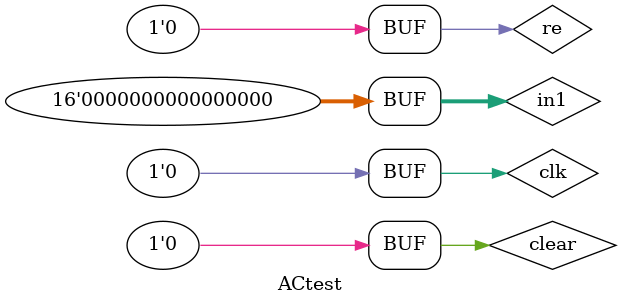
<source format=v>
`timescale 1ns / 1ps


module ACtest;

	// Inputs
	reg [15:0] in1;
	reg clk;
	reg re;
	reg clear;

	// Outputs
	wire [15:0] out1;

	// Instantiate the Unit Under Test (UUT)
	AC uut (
		.in1(in1), 
		.out1(out1), 
		.clk(clk), 
		.re(re), 
		.clear(clear)
	);

	initial begin
		// Initialize Inputs
		in1 = 0;
		clk = 0;
		re = 0;
		clear = 0;

		// Wait 100 ns for global reset to finish
		#100;
        
		// Add stimulus here

	end
      
endmodule


</source>
